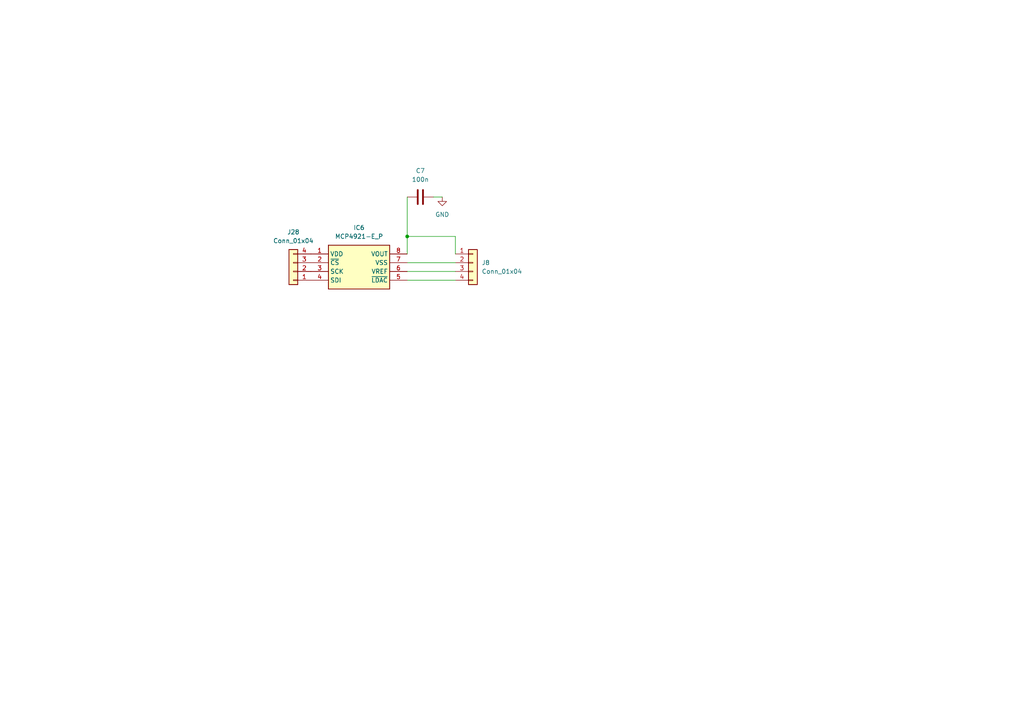
<source format=kicad_sch>
(kicad_sch (version 20250114) (generator "eeschema") (generator_version "9.0")
  (paper "A4")
  (lib_symbols
    (symbol "Connector_Generic:Conn_01x04" (pin_names (offset 1.016) (hide yes))
      (property "Reference" "J" (at 0 5.08 0))
      (property "Value" "Conn_01x04" (at 0 -7.62 0))
      (symbol "Conn_01x04_1_1"
        (rectangle (start -1.27 3.81) (end 1.27 -6.35) (stroke (width 0.254)) (fill (type background)))
        (rectangle (start -1.27 2.667) (end 0 2.413) (stroke (width 0.1524)))
        (rectangle (start -1.27 0.127) (end 0 -0.127) (stroke (width 0.1524)))
        (rectangle (start -1.27 -2.413) (end 0 -2.667) (stroke (width 0.1524)))
        (rectangle (start -1.27 -4.953) (end 0 -5.207) (stroke (width 0.1524)))
        (pin passive line (at -5.08 2.54 0) (length 3.81) (name "Pin_1") (number "1"))
        (pin passive line (at -5.08 0 0) (length 3.81) (name "Pin_2") (number "2"))
        (pin passive line (at -5.08 -2.54 0) (length 3.81) (name "Pin_3") (number "3"))
        (pin passive line (at -5.08 -5.08 0) (length 3.81) (name "Pin_4") (number "4"))
      )
    )
    (symbol "Device:C" (pin_numbers (hide yes)) (pin_names (offset 0.254))
      (property "Reference" "C" (at 0.635 2.54 0))
      (property "Value" "C" (at 0.635 -2.54 0))
      (symbol "C_0_1"
        (polyline (pts (xy -2.032 0.762) (xy 2.032 0.762)) (stroke (width 0.508)))
        (polyline (pts (xy -2.032 -0.762) (xy 2.032 -0.762)) (stroke (width 0.508)))
      )
      (symbol "C_1_1"
        (pin passive line (at 0 3.81 270) (length 2.794) (name "~") (number "1"))
        (pin passive line (at 0 -3.81 90) (length 2.794) (name "~") (number "2"))
      )
    )
    (symbol "MCP4921-E_P:MCP4921-E_P"
      (property "Reference" "IC" (at 24.13 7.62 0))
      (property "Value" "MCP4921-E_P" (at 24.13 5.08 0))
      (symbol "MCP4921-E_P_1_1"
        (rectangle (start 5.08 2.54) (end 22.86 -10.16) (stroke (width 0.254)) (fill (type background)))
        (pin power_in line (at 0 0 0) (length 5.08) (name "VDD") (number "1"))
        (pin input line (at 0 -2.54 0) (length 5.08) (name "~{CS}") (number "2"))
        (pin passive line (at 0 -5.08 0) (length 5.08) (name "SCK") (number "3"))
        (pin passive line (at 0 -7.62 0) (length 5.08) (name "SDI") (number "4"))
        (pin output line (at 27.94 0 180) (length 5.08) (name "VOUT") (number "8"))
        (pin power_in line (at 27.94 -2.54 180) (length 5.08) (name "VSS") (number "7"))
        (pin input line (at 27.94 -5.08 180) (length 5.08) (name "VREF") (number "6"))
        (pin passive line (at 27.94 -7.62 180) (length 5.08) (name "~{LDAC}") (number "5"))
      )
    )
    (symbol "power:GND" (power) (pin_numbers (hide yes)) (pin_names (offset 0) (hide yes))
      (property "Value" "GND" (at 0 -3.81 0))
      (symbol "GND_0_1"
        (polyline (pts (xy 0 0) (xy 0 -1.27) (xy 1.27 -1.27) (xy 0 -2.54) (xy -1.27 -1.27) (xy 0 -1.27)))
      )
      (symbol "GND_1_1"
        (pin power_in line (at 0 0 270) (length 0) (name "~") (number "1"))
      )
    )
  )
  (junction (at 118.11 68.58))
  (wire (pts (xy 132.08 76.2) (xy 118.11 76.2)))
  (wire (pts (xy 132.08 81.28) (xy 118.11 81.28)))
  (wire (pts (xy 125.73 57.15) (xy 128.27 57.15)))
  (wire (pts (xy 118.11 57.15) (xy 118.11 68.58)))
  (wire (pts (xy 118.11 68.58) (xy 132.08 68.58)))
  (wire (pts (xy 132.08 68.58) (xy 132.08 73.66)))
  (wire (pts (xy 118.11 73.66) (xy 118.11 68.58)))
  (wire (pts (xy 132.08 78.74) (xy 118.11 78.74)))
  (symbol (lib_id "Device:C") (at 121.92 57.15 90) (unit 1)
    (property "Reference" "C7" (at 121.92 49.53 90))
    (property "Value" "100n" (at 121.92 52.07 90))
    (property "Footprint" "Capacitor_SMD:C_0603_1608Metric" (effects (hide yes)))
    (property "Description" "Unpolarized capacitor" (effects (hide yes)))
  )
  (symbol (lib_id "power:GND") (at 128.27 57.15 0) (unit 1)
    (property "Reference" "#PWR044" (effects (hide yes)))
    (property "Value" "GND" (at 128.27 62.23 0))
    (property "Description" "Power symbol creates a global label with name \"GND\" , ground" (effects (hide yes)))
  )
  (symbol (lib_id "Connector_Generic:Conn_01x04") (at 85.09 78.74 180) (unit 1)
    (property "Reference" "J28" (at 85.09 67.31 0))
    (property "Value" "Conn_01x04" (at 85.09 69.85 0))
    (property "Footprint" "Connector_PinHeader_2.54mm:PinHeader_1x04_P2.54mm_Vertical" (effects (hide yes)))
    (property "Description" "Generic connector, single row, 01x04, script generated (kicad-library-utils/schlib/autogen/connector/)" (effects (hide yes)))
  )
  (symbol (lib_id "Connector_Generic:Conn_01x04") (at 137.16 76.2 0) (unit 1)
    (property "Reference" "J8" (at 139.7 76.1999 0) (effects (justify left)))
    (property "Value" "Conn_01x04" (at 139.7 78.7399 0) (effects (justify left)))
    (property "Footprint" "Connector_PinHeader_2.54mm:PinHeader_1x04_P2.54mm_Vertical" (effects (hide yes)))
    (property "Description" "Generic connector, single row, 01x04, script generated (kicad-library-utils/schlib/autogen/connector/)" (effects (hide yes)))
  )
  (symbol (lib_id "MCP4921-E_P:MCP4921-E_P") (at 90.17 73.66 0) (unit 1)
    (property "Reference" "IC6" (at 104.14 66.04 0))
    (property "Value" "MCP4921-E_P" (at 104.14 68.58 0))
    (property "Footprint" "footprints:DIP781W56P254L950H533Q8N" (effects (hide yes)))
    (property "Datasheet" "https://datasheet.datasheetarchive.com/originals/distributors/SFDatasheet-4/sf-00090085.pdf" (effects (hide yes)))
    (property "Description" "Microchip MCP4921-E/P, 12 bit Serial DAC, 8-Pin PDIP" (effects (hide yes)))
    (property "Height" "5.334" (effects (hide yes)))
    (property "Mouser Part Number" "579-MCP4921-E/P" (effects (hide yes)))
    (property "Mouser Price/Stock" "https://www.mouser.co.uk/ProductDetail/Microchip-Technology/MCP4921-E-P?qs=1zyQUV6YKYz%252BhdPnOOm6sg%3D%3D" (effects (hide yes)))
    (property "Manufacturer_Name" "Microchip" (effects (hide yes)))
    (property "Manufacturer_Part_Number" "MCP4921-E/P" (effects (hide yes)))
  )
)
</source>
